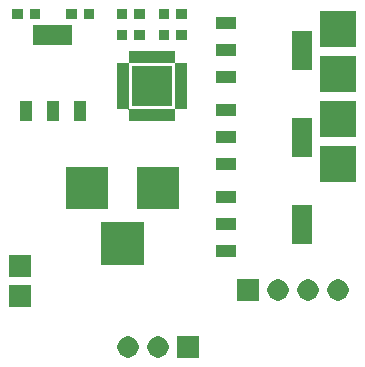
<source format=gbr>
G04 #@! TF.GenerationSoftware,KiCad,Pcbnew,(5.1.5)-3*
G04 #@! TF.CreationDate,2020-08-28T15:18:22-04:00*
G04 #@! TF.ProjectId,BikeLightComputerRev2,42696b65-4c69-4676-9874-436f6d707574,rev?*
G04 #@! TF.SameCoordinates,Original*
G04 #@! TF.FileFunction,Soldermask,Top*
G04 #@! TF.FilePolarity,Negative*
%FSLAX46Y46*%
G04 Gerber Fmt 4.6, Leading zero omitted, Abs format (unit mm)*
G04 Created by KiCad (PCBNEW (5.1.5)-3) date 2020-08-28 15:18:22*
%MOMM*%
%LPD*%
G04 APERTURE LIST*
%ADD10C,0.100000*%
G04 APERTURE END LIST*
D10*
G36*
X155053512Y-93337927D02*
G01*
X155202812Y-93367624D01*
X155366784Y-93435544D01*
X155514354Y-93534147D01*
X155639853Y-93659646D01*
X155738456Y-93807216D01*
X155806376Y-93971188D01*
X155841000Y-94145259D01*
X155841000Y-94322741D01*
X155806376Y-94496812D01*
X155738456Y-94660784D01*
X155639853Y-94808354D01*
X155514354Y-94933853D01*
X155366784Y-95032456D01*
X155202812Y-95100376D01*
X155053512Y-95130073D01*
X155028742Y-95135000D01*
X154851258Y-95135000D01*
X154826488Y-95130073D01*
X154677188Y-95100376D01*
X154513216Y-95032456D01*
X154365646Y-94933853D01*
X154240147Y-94808354D01*
X154141544Y-94660784D01*
X154073624Y-94496812D01*
X154039000Y-94322741D01*
X154039000Y-94145259D01*
X154073624Y-93971188D01*
X154141544Y-93807216D01*
X154240147Y-93659646D01*
X154365646Y-93534147D01*
X154513216Y-93435544D01*
X154677188Y-93367624D01*
X154826488Y-93337927D01*
X154851258Y-93333000D01*
X155028742Y-93333000D01*
X155053512Y-93337927D01*
G37*
G36*
X157593512Y-93337927D02*
G01*
X157742812Y-93367624D01*
X157906784Y-93435544D01*
X158054354Y-93534147D01*
X158179853Y-93659646D01*
X158278456Y-93807216D01*
X158346376Y-93971188D01*
X158381000Y-94145259D01*
X158381000Y-94322741D01*
X158346376Y-94496812D01*
X158278456Y-94660784D01*
X158179853Y-94808354D01*
X158054354Y-94933853D01*
X157906784Y-95032456D01*
X157742812Y-95100376D01*
X157593512Y-95130073D01*
X157568742Y-95135000D01*
X157391258Y-95135000D01*
X157366488Y-95130073D01*
X157217188Y-95100376D01*
X157053216Y-95032456D01*
X156905646Y-94933853D01*
X156780147Y-94808354D01*
X156681544Y-94660784D01*
X156613624Y-94496812D01*
X156579000Y-94322741D01*
X156579000Y-94145259D01*
X156613624Y-93971188D01*
X156681544Y-93807216D01*
X156780147Y-93659646D01*
X156905646Y-93534147D01*
X157053216Y-93435544D01*
X157217188Y-93367624D01*
X157366488Y-93337927D01*
X157391258Y-93333000D01*
X157568742Y-93333000D01*
X157593512Y-93337927D01*
G37*
G36*
X160921000Y-95135000D02*
G01*
X159119000Y-95135000D01*
X159119000Y-93333000D01*
X160921000Y-93333000D01*
X160921000Y-95135000D01*
G37*
G36*
X146697000Y-90817000D02*
G01*
X144895000Y-90817000D01*
X144895000Y-89015000D01*
X146697000Y-89015000D01*
X146697000Y-90817000D01*
G37*
G36*
X172833512Y-88511927D02*
G01*
X172982812Y-88541624D01*
X173146784Y-88609544D01*
X173294354Y-88708147D01*
X173419853Y-88833646D01*
X173518456Y-88981216D01*
X173586376Y-89145188D01*
X173621000Y-89319259D01*
X173621000Y-89496741D01*
X173586376Y-89670812D01*
X173518456Y-89834784D01*
X173419853Y-89982354D01*
X173294354Y-90107853D01*
X173146784Y-90206456D01*
X172982812Y-90274376D01*
X172833512Y-90304073D01*
X172808742Y-90309000D01*
X172631258Y-90309000D01*
X172606488Y-90304073D01*
X172457188Y-90274376D01*
X172293216Y-90206456D01*
X172145646Y-90107853D01*
X172020147Y-89982354D01*
X171921544Y-89834784D01*
X171853624Y-89670812D01*
X171819000Y-89496741D01*
X171819000Y-89319259D01*
X171853624Y-89145188D01*
X171921544Y-88981216D01*
X172020147Y-88833646D01*
X172145646Y-88708147D01*
X172293216Y-88609544D01*
X172457188Y-88541624D01*
X172606488Y-88511927D01*
X172631258Y-88507000D01*
X172808742Y-88507000D01*
X172833512Y-88511927D01*
G37*
G36*
X170293512Y-88511927D02*
G01*
X170442812Y-88541624D01*
X170606784Y-88609544D01*
X170754354Y-88708147D01*
X170879853Y-88833646D01*
X170978456Y-88981216D01*
X171046376Y-89145188D01*
X171081000Y-89319259D01*
X171081000Y-89496741D01*
X171046376Y-89670812D01*
X170978456Y-89834784D01*
X170879853Y-89982354D01*
X170754354Y-90107853D01*
X170606784Y-90206456D01*
X170442812Y-90274376D01*
X170293512Y-90304073D01*
X170268742Y-90309000D01*
X170091258Y-90309000D01*
X170066488Y-90304073D01*
X169917188Y-90274376D01*
X169753216Y-90206456D01*
X169605646Y-90107853D01*
X169480147Y-89982354D01*
X169381544Y-89834784D01*
X169313624Y-89670812D01*
X169279000Y-89496741D01*
X169279000Y-89319259D01*
X169313624Y-89145188D01*
X169381544Y-88981216D01*
X169480147Y-88833646D01*
X169605646Y-88708147D01*
X169753216Y-88609544D01*
X169917188Y-88541624D01*
X170066488Y-88511927D01*
X170091258Y-88507000D01*
X170268742Y-88507000D01*
X170293512Y-88511927D01*
G37*
G36*
X167753512Y-88511927D02*
G01*
X167902812Y-88541624D01*
X168066784Y-88609544D01*
X168214354Y-88708147D01*
X168339853Y-88833646D01*
X168438456Y-88981216D01*
X168506376Y-89145188D01*
X168541000Y-89319259D01*
X168541000Y-89496741D01*
X168506376Y-89670812D01*
X168438456Y-89834784D01*
X168339853Y-89982354D01*
X168214354Y-90107853D01*
X168066784Y-90206456D01*
X167902812Y-90274376D01*
X167753512Y-90304073D01*
X167728742Y-90309000D01*
X167551258Y-90309000D01*
X167526488Y-90304073D01*
X167377188Y-90274376D01*
X167213216Y-90206456D01*
X167065646Y-90107853D01*
X166940147Y-89982354D01*
X166841544Y-89834784D01*
X166773624Y-89670812D01*
X166739000Y-89496741D01*
X166739000Y-89319259D01*
X166773624Y-89145188D01*
X166841544Y-88981216D01*
X166940147Y-88833646D01*
X167065646Y-88708147D01*
X167213216Y-88609544D01*
X167377188Y-88541624D01*
X167526488Y-88511927D01*
X167551258Y-88507000D01*
X167728742Y-88507000D01*
X167753512Y-88511927D01*
G37*
G36*
X166001000Y-90309000D02*
G01*
X164199000Y-90309000D01*
X164199000Y-88507000D01*
X166001000Y-88507000D01*
X166001000Y-90309000D01*
G37*
G36*
X146697000Y-88277000D02*
G01*
X144895000Y-88277000D01*
X144895000Y-86475000D01*
X146697000Y-86475000D01*
X146697000Y-88277000D01*
G37*
G36*
X156281000Y-87273000D02*
G01*
X152679000Y-87273000D01*
X152679000Y-83671000D01*
X156281000Y-83671000D01*
X156281000Y-87273000D01*
G37*
G36*
X164123000Y-86646000D02*
G01*
X162421000Y-86646000D01*
X162421000Y-85594000D01*
X164123000Y-85594000D01*
X164123000Y-86646000D01*
G37*
G36*
X170523000Y-85471000D02*
G01*
X168821000Y-85471000D01*
X168821000Y-82169000D01*
X170523000Y-82169000D01*
X170523000Y-85471000D01*
G37*
G36*
X164123000Y-84346000D02*
G01*
X162421000Y-84346000D01*
X162421000Y-83294000D01*
X164123000Y-83294000D01*
X164123000Y-84346000D01*
G37*
G36*
X153281000Y-82573000D02*
G01*
X149679000Y-82573000D01*
X149679000Y-78971000D01*
X153281000Y-78971000D01*
X153281000Y-82573000D01*
G37*
G36*
X159281000Y-82573000D02*
G01*
X155679000Y-82573000D01*
X155679000Y-78971000D01*
X159281000Y-78971000D01*
X159281000Y-82573000D01*
G37*
G36*
X164123000Y-82046000D02*
G01*
X162421000Y-82046000D01*
X162421000Y-80994000D01*
X164123000Y-80994000D01*
X164123000Y-82046000D01*
G37*
G36*
X174271000Y-80291000D02*
G01*
X171169000Y-80291000D01*
X171169000Y-77189000D01*
X174271000Y-77189000D01*
X174271000Y-80291000D01*
G37*
G36*
X164123000Y-79280000D02*
G01*
X162421000Y-79280000D01*
X162421000Y-78228000D01*
X164123000Y-78228000D01*
X164123000Y-79280000D01*
G37*
G36*
X170523000Y-78105000D02*
G01*
X168821000Y-78105000D01*
X168821000Y-74803000D01*
X170523000Y-74803000D01*
X170523000Y-78105000D01*
G37*
G36*
X164123000Y-76980000D02*
G01*
X162421000Y-76980000D01*
X162421000Y-75928000D01*
X164123000Y-75928000D01*
X164123000Y-76980000D01*
G37*
G36*
X174271000Y-76481000D02*
G01*
X171169000Y-76481000D01*
X171169000Y-73379000D01*
X174271000Y-73379000D01*
X174271000Y-76481000D01*
G37*
G36*
X149116000Y-75069000D02*
G01*
X148064000Y-75069000D01*
X148064000Y-73367000D01*
X149116000Y-73367000D01*
X149116000Y-75069000D01*
G37*
G36*
X146816000Y-75069000D02*
G01*
X145764000Y-75069000D01*
X145764000Y-73367000D01*
X146816000Y-73367000D01*
X146816000Y-75069000D01*
G37*
G36*
X151416000Y-75069000D02*
G01*
X150364000Y-75069000D01*
X150364000Y-73367000D01*
X151416000Y-73367000D01*
X151416000Y-75069000D01*
G37*
G36*
X158923000Y-70060001D02*
G01*
X158925402Y-70084387D01*
X158932515Y-70107836D01*
X158944066Y-70129447D01*
X158959611Y-70148389D01*
X158978553Y-70163934D01*
X159000164Y-70175485D01*
X159023613Y-70182598D01*
X159047999Y-70185000D01*
X159898000Y-70185000D01*
X159898000Y-74087000D01*
X159047999Y-74087000D01*
X159023613Y-74089402D01*
X159000164Y-74096515D01*
X158978553Y-74108066D01*
X158959611Y-74123611D01*
X158944066Y-74142553D01*
X158932515Y-74164164D01*
X158925402Y-74187613D01*
X158923000Y-74211999D01*
X158923000Y-75062000D01*
X155021000Y-75062000D01*
X155021000Y-74211999D01*
X155018598Y-74187613D01*
X155011485Y-74164164D01*
X154999934Y-74142553D01*
X154984389Y-74123611D01*
X154965447Y-74108066D01*
X154943836Y-74096515D01*
X154920387Y-74089402D01*
X154896001Y-74087000D01*
X154046000Y-74087000D01*
X154046000Y-70286999D01*
X154998000Y-70286999D01*
X154998000Y-73985001D01*
X155000402Y-74009387D01*
X155007515Y-74032836D01*
X155019066Y-74054447D01*
X155034611Y-74073389D01*
X155053553Y-74088934D01*
X155075164Y-74100485D01*
X155098613Y-74107598D01*
X155122999Y-74110000D01*
X158821001Y-74110000D01*
X158845387Y-74107598D01*
X158868836Y-74100485D01*
X158890447Y-74088934D01*
X158909389Y-74073389D01*
X158924934Y-74054447D01*
X158936485Y-74032836D01*
X158943598Y-74009387D01*
X158946000Y-73985001D01*
X158946000Y-70286999D01*
X158943598Y-70262613D01*
X158936485Y-70239164D01*
X158924934Y-70217553D01*
X158909389Y-70198611D01*
X158890447Y-70183066D01*
X158868836Y-70171515D01*
X158845387Y-70164402D01*
X158821001Y-70162000D01*
X155122999Y-70162000D01*
X155098613Y-70164402D01*
X155075164Y-70171515D01*
X155053553Y-70183066D01*
X155034611Y-70198611D01*
X155019066Y-70217553D01*
X155007515Y-70239164D01*
X155000402Y-70262613D01*
X154998000Y-70286999D01*
X154046000Y-70286999D01*
X154046000Y-70185000D01*
X154896001Y-70185000D01*
X154920387Y-70182598D01*
X154943836Y-70175485D01*
X154965447Y-70163934D01*
X154984389Y-70148389D01*
X154999934Y-70129447D01*
X155011485Y-70107836D01*
X155018598Y-70084387D01*
X155021000Y-70060001D01*
X155021000Y-69210000D01*
X158923000Y-69210000D01*
X158923000Y-70060001D01*
G37*
G36*
X158648000Y-73812000D02*
G01*
X155296000Y-73812000D01*
X155296000Y-70460000D01*
X158648000Y-70460000D01*
X158648000Y-73812000D01*
G37*
G36*
X164123000Y-74680000D02*
G01*
X162421000Y-74680000D01*
X162421000Y-73628000D01*
X164123000Y-73628000D01*
X164123000Y-74680000D01*
G37*
G36*
X174271000Y-72671000D02*
G01*
X171169000Y-72671000D01*
X171169000Y-69569000D01*
X174271000Y-69569000D01*
X174271000Y-72671000D01*
G37*
G36*
X164123000Y-71914000D02*
G01*
X162421000Y-71914000D01*
X162421000Y-70862000D01*
X164123000Y-70862000D01*
X164123000Y-71914000D01*
G37*
G36*
X170523000Y-70739000D02*
G01*
X168821000Y-70739000D01*
X168821000Y-67437000D01*
X170523000Y-67437000D01*
X170523000Y-70739000D01*
G37*
G36*
X164123000Y-69614000D02*
G01*
X162421000Y-69614000D01*
X162421000Y-68562000D01*
X164123000Y-68562000D01*
X164123000Y-69614000D01*
G37*
G36*
X174271000Y-68861000D02*
G01*
X171169000Y-68861000D01*
X171169000Y-65759000D01*
X174271000Y-65759000D01*
X174271000Y-68861000D01*
G37*
G36*
X150241000Y-68669000D02*
G01*
X146939000Y-68669000D01*
X146939000Y-66967000D01*
X150241000Y-66967000D01*
X150241000Y-68669000D01*
G37*
G36*
X154895000Y-68244000D02*
G01*
X153993000Y-68244000D01*
X153993000Y-67392000D01*
X154895000Y-67392000D01*
X154895000Y-68244000D01*
G37*
G36*
X159939000Y-68244000D02*
G01*
X159037000Y-68244000D01*
X159037000Y-67392000D01*
X159939000Y-67392000D01*
X159939000Y-68244000D01*
G37*
G36*
X158439000Y-68244000D02*
G01*
X157537000Y-68244000D01*
X157537000Y-67392000D01*
X158439000Y-67392000D01*
X158439000Y-68244000D01*
G37*
G36*
X156395000Y-68244000D02*
G01*
X155493000Y-68244000D01*
X155493000Y-67392000D01*
X156395000Y-67392000D01*
X156395000Y-68244000D01*
G37*
G36*
X164123000Y-67314000D02*
G01*
X162421000Y-67314000D01*
X162421000Y-66262000D01*
X164123000Y-66262000D01*
X164123000Y-67314000D01*
G37*
G36*
X152089000Y-66466000D02*
G01*
X151187000Y-66466000D01*
X151187000Y-65614000D01*
X152089000Y-65614000D01*
X152089000Y-66466000D01*
G37*
G36*
X159951000Y-66466000D02*
G01*
X159049000Y-66466000D01*
X159049000Y-65614000D01*
X159951000Y-65614000D01*
X159951000Y-66466000D01*
G37*
G36*
X158451000Y-66466000D02*
G01*
X157549000Y-66466000D01*
X157549000Y-65614000D01*
X158451000Y-65614000D01*
X158451000Y-66466000D01*
G37*
G36*
X156395000Y-66466000D02*
G01*
X155493000Y-66466000D01*
X155493000Y-65614000D01*
X156395000Y-65614000D01*
X156395000Y-66466000D01*
G37*
G36*
X154895000Y-66466000D02*
G01*
X153993000Y-66466000D01*
X153993000Y-65614000D01*
X154895000Y-65614000D01*
X154895000Y-66466000D01*
G37*
G36*
X150589000Y-66466000D02*
G01*
X149687000Y-66466000D01*
X149687000Y-65614000D01*
X150589000Y-65614000D01*
X150589000Y-66466000D01*
G37*
G36*
X147517000Y-66466000D02*
G01*
X146615000Y-66466000D01*
X146615000Y-65614000D01*
X147517000Y-65614000D01*
X147517000Y-66466000D01*
G37*
G36*
X146017000Y-66466000D02*
G01*
X145115000Y-66466000D01*
X145115000Y-65614000D01*
X146017000Y-65614000D01*
X146017000Y-66466000D01*
G37*
M02*

</source>
